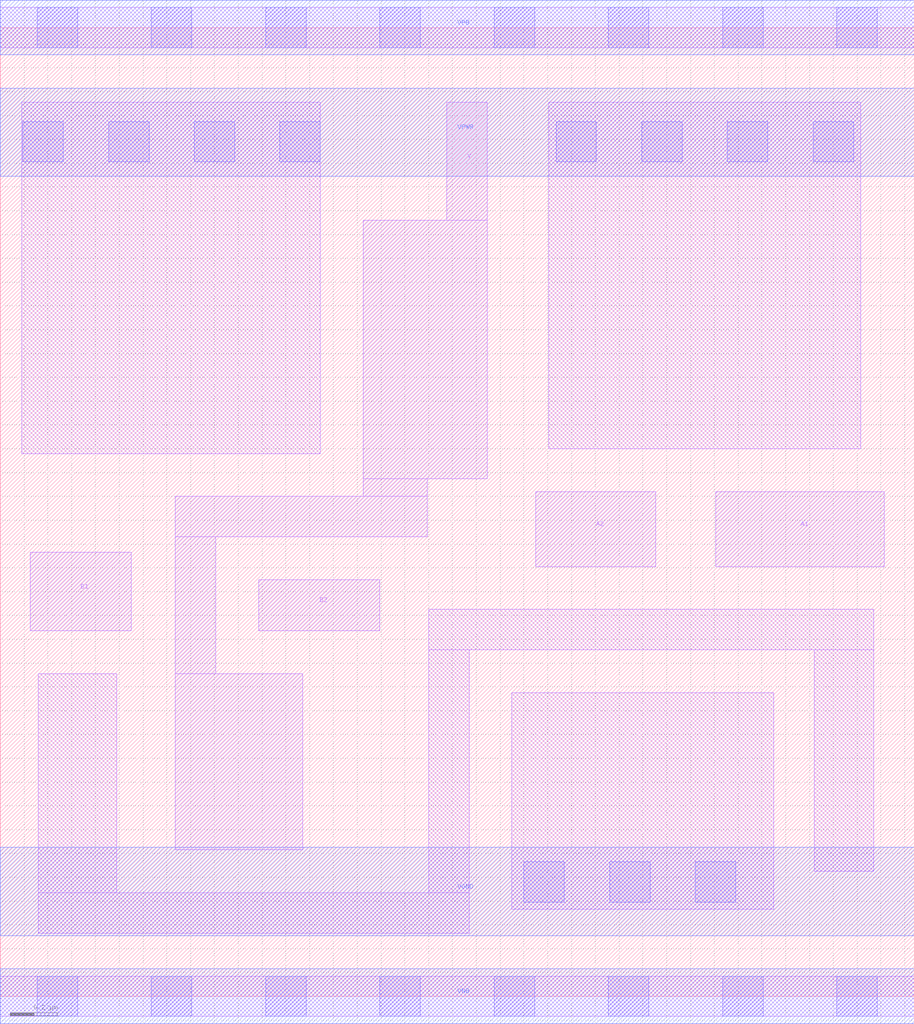
<source format=lef>
# Copyright 2020 The SkyWater PDK Authors
#
# Licensed under the Apache License, Version 2.0 (the "License");
# you may not use this file except in compliance with the License.
# You may obtain a copy of the License at
#
#     https://www.apache.org/licenses/LICENSE-2.0
#
# Unless required by applicable law or agreed to in writing, software
# distributed under the License is distributed on an "AS IS" BASIS,
# WITHOUT WARRANTIES OR CONDITIONS OF ANY KIND, either express or implied.
# See the License for the specific language governing permissions and
# limitations under the License.
#
# SPDX-License-Identifier: Apache-2.0

VERSION 5.5 ;
NAMESCASESENSITIVE ON ;
BUSBITCHARS "[]" ;
DIVIDERCHAR "/" ;
SITE unithvdbl
    SYMMETRY y  ;
    CLASS CORE  ;
    SIZE  0.480 BY 8.140 ;
END unithvdbl
MACRO sky130_fd_sc_hvl__o22ai_1
  CLASS CORE ;
  SOURCE USER ;
  ORIGIN  0.000000  0.000000 ;
  SIZE  3.840000 BY  4.070000 ;
  SYMMETRY X Y ;
  SITE unithv ;
  PIN A1
    ANTENNAGATEAREA  1.125000 ;
    DIRECTION INPUT ;
    USE SIGNAL ;
    PORT
      LAYER li1 ;
        RECT 3.005000 1.805000 3.715000 2.120000 ;
    END
  END A1
  PIN A2
    ANTENNAGATEAREA  1.125000 ;
    DIRECTION INPUT ;
    USE SIGNAL ;
    PORT
      LAYER li1 ;
        RECT 2.250000 1.805000 2.755000 2.120000 ;
    END
  END A2
  PIN B1
    ANTENNAGATEAREA  1.125000 ;
    DIRECTION INPUT ;
    USE SIGNAL ;
    PORT
      LAYER li1 ;
        RECT 0.125000 1.535000 0.550000 1.865000 ;
    END
  END B1
  PIN B2
    ANTENNAGATEAREA  1.125000 ;
    DIRECTION INPUT ;
    USE SIGNAL ;
    PORT
      LAYER li1 ;
        RECT 1.085000 1.535000 1.595000 1.750000 ;
    END
  END B2
  PIN Y
    ANTENNADIFFAREA  0.742500 ;
    DIRECTION OUTPUT ;
    USE SIGNAL ;
    PORT
      LAYER li1 ;
        RECT 0.735000 0.615000 1.270000 1.355000 ;
        RECT 0.735000 1.355000 0.905000 1.930000 ;
        RECT 0.735000 1.930000 1.795000 2.100000 ;
        RECT 1.525000 2.100000 1.795000 2.175000 ;
        RECT 1.525000 2.175000 2.045000 3.260000 ;
        RECT 1.875000 3.260000 2.045000 3.755000 ;
    END
  END Y
  PIN VGND
    DIRECTION INOUT ;
    USE GROUND ;
    PORT
      LAYER met1 ;
        RECT 0.000000 0.255000 3.840000 0.625000 ;
    END
  END VGND
  PIN VNB
    DIRECTION INOUT ;
    USE GROUND ;
    PORT
      LAYER met1 ;
        RECT 0.000000 -0.115000 3.840000 0.115000 ;
    END
  END VNB
  PIN VPB
    DIRECTION INOUT ;
    USE POWER ;
    PORT
      LAYER met1 ;
        RECT 0.000000 3.955000 3.840000 4.185000 ;
    END
  END VPB
  PIN VPWR
    DIRECTION INOUT ;
    USE POWER ;
    PORT
      LAYER met1 ;
        RECT 0.000000 3.445000 3.840000 3.815000 ;
    END
  END VPWR
  OBS
    LAYER li1 ;
      RECT 0.000000 -0.085000 3.840000 0.085000 ;
      RECT 0.000000  3.985000 3.840000 4.155000 ;
      RECT 0.090000  2.280000 1.345000 3.755000 ;
      RECT 0.160000  0.265000 1.970000 0.435000 ;
      RECT 0.160000  0.435000 0.490000 1.355000 ;
      RECT 1.800000  0.435000 1.970000 1.455000 ;
      RECT 1.800000  1.455000 3.670000 1.625000 ;
      RECT 2.150000  0.365000 3.250000 1.275000 ;
      RECT 2.305000  2.300000 3.615000 3.755000 ;
      RECT 3.420000  0.525000 3.670000 1.455000 ;
    LAYER mcon ;
      RECT 0.095000  3.505000 0.265000 3.675000 ;
      RECT 0.155000 -0.085000 0.325000 0.085000 ;
      RECT 0.155000 -0.085000 0.325000 0.085000 ;
      RECT 0.155000  3.985000 0.325000 4.155000 ;
      RECT 0.155000  3.985000 0.325000 4.155000 ;
      RECT 0.455000  3.505000 0.625000 3.675000 ;
      RECT 0.635000 -0.085000 0.805000 0.085000 ;
      RECT 0.635000 -0.085000 0.805000 0.085000 ;
      RECT 0.635000  3.985000 0.805000 4.155000 ;
      RECT 0.635000  3.985000 0.805000 4.155000 ;
      RECT 0.815000  3.505000 0.985000 3.675000 ;
      RECT 1.115000 -0.085000 1.285000 0.085000 ;
      RECT 1.115000 -0.085000 1.285000 0.085000 ;
      RECT 1.115000  3.985000 1.285000 4.155000 ;
      RECT 1.115000  3.985000 1.285000 4.155000 ;
      RECT 1.175000  3.505000 1.345000 3.675000 ;
      RECT 1.595000 -0.085000 1.765000 0.085000 ;
      RECT 1.595000 -0.085000 1.765000 0.085000 ;
      RECT 1.595000  3.985000 1.765000 4.155000 ;
      RECT 1.595000  3.985000 1.765000 4.155000 ;
      RECT 2.075000 -0.085000 2.245000 0.085000 ;
      RECT 2.075000 -0.085000 2.245000 0.085000 ;
      RECT 2.075000  3.985000 2.245000 4.155000 ;
      RECT 2.075000  3.985000 2.245000 4.155000 ;
      RECT 2.200000  0.395000 2.370000 0.565000 ;
      RECT 2.335000  3.505000 2.505000 3.675000 ;
      RECT 2.555000 -0.085000 2.725000 0.085000 ;
      RECT 2.555000 -0.085000 2.725000 0.085000 ;
      RECT 2.555000  3.985000 2.725000 4.155000 ;
      RECT 2.555000  3.985000 2.725000 4.155000 ;
      RECT 2.560000  0.395000 2.730000 0.565000 ;
      RECT 2.695000  3.505000 2.865000 3.675000 ;
      RECT 2.920000  0.395000 3.090000 0.565000 ;
      RECT 3.035000 -0.085000 3.205000 0.085000 ;
      RECT 3.035000 -0.085000 3.205000 0.085000 ;
      RECT 3.035000  3.985000 3.205000 4.155000 ;
      RECT 3.035000  3.985000 3.205000 4.155000 ;
      RECT 3.055000  3.505000 3.225000 3.675000 ;
      RECT 3.415000  3.505000 3.585000 3.675000 ;
      RECT 3.515000 -0.085000 3.685000 0.085000 ;
      RECT 3.515000 -0.085000 3.685000 0.085000 ;
      RECT 3.515000  3.985000 3.685000 4.155000 ;
      RECT 3.515000  3.985000 3.685000 4.155000 ;
  END
END sky130_fd_sc_hvl__o22ai_1

</source>
